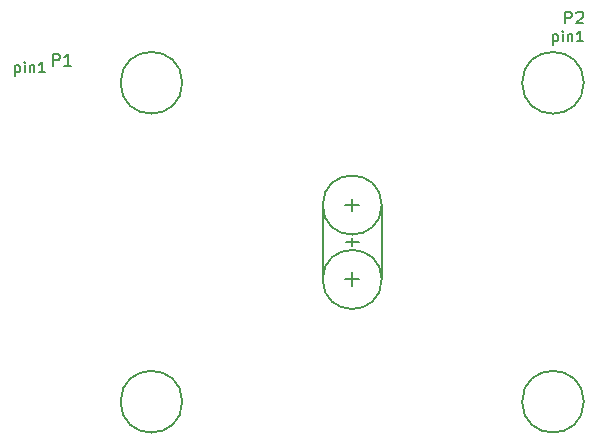
<source format=gto>
G04 #@! TF.FileFunction,Legend,Top*
%FSLAX46Y46*%
G04 Gerber Fmt 4.6, Leading zero omitted, Abs format (unit mm)*
G04 Created by KiCad (PCBNEW 4.0.2-stable) date 1/24/2017 5:25:06 AM*
%MOMM*%
G01*
G04 APERTURE LIST*
%ADD10C,0.100000*%
%ADD11C,0.152400*%
%ADD12C,0.200000*%
%ADD13C,0.150000*%
G04 APERTURE END LIST*
D10*
D11*
X-28532666Y14973300D02*
X-28532666Y14084300D01*
X-28532666Y14930967D02*
X-28448000Y14973300D01*
X-28278666Y14973300D01*
X-28194000Y14930967D01*
X-28151666Y14888633D01*
X-28109333Y14803967D01*
X-28109333Y14549967D01*
X-28151666Y14465300D01*
X-28194000Y14422967D01*
X-28278666Y14380633D01*
X-28448000Y14380633D01*
X-28532666Y14422967D01*
X-27728333Y14380633D02*
X-27728333Y14973300D01*
X-27728333Y15269633D02*
X-27770667Y15227300D01*
X-27728333Y15184967D01*
X-27686000Y15227300D01*
X-27728333Y15269633D01*
X-27728333Y15184967D01*
X-27305000Y14973300D02*
X-27305000Y14380633D01*
X-27305000Y14888633D02*
X-27262667Y14930967D01*
X-27178000Y14973300D01*
X-27051000Y14973300D01*
X-26966334Y14930967D01*
X-26924000Y14846300D01*
X-26924000Y14380633D01*
X-26035001Y14380633D02*
X-26543001Y14380633D01*
X-26289001Y14380633D02*
X-26289001Y15269633D01*
X-26373667Y15142633D01*
X-26458334Y15057967D01*
X-26543001Y15015633D01*
X17009534Y17614900D02*
X17009534Y16725900D01*
X17009534Y17572567D02*
X17094200Y17614900D01*
X17263534Y17614900D01*
X17348200Y17572567D01*
X17390534Y17530233D01*
X17432867Y17445567D01*
X17432867Y17191567D01*
X17390534Y17106900D01*
X17348200Y17064567D01*
X17263534Y17022233D01*
X17094200Y17022233D01*
X17009534Y17064567D01*
X17813867Y17022233D02*
X17813867Y17614900D01*
X17813867Y17911233D02*
X17771533Y17868900D01*
X17813867Y17826567D01*
X17856200Y17868900D01*
X17813867Y17911233D01*
X17813867Y17826567D01*
X18237200Y17614900D02*
X18237200Y17022233D01*
X18237200Y17530233D02*
X18279533Y17572567D01*
X18364200Y17614900D01*
X18491200Y17614900D01*
X18575866Y17572567D01*
X18618200Y17487900D01*
X18618200Y17022233D01*
X19507199Y17022233D02*
X18999199Y17022233D01*
X19253199Y17022233D02*
X19253199Y17911233D01*
X19168533Y17784233D01*
X19083866Y17699567D01*
X18999199Y17657233D01*
D12*
X2500000Y-3100000D02*
X2500000Y3100000D01*
X-2500000Y3150000D02*
X-2500000Y-3300000D01*
X-500000Y0D02*
X-450000Y0D01*
X550000Y0D02*
X-500000Y0D01*
X0Y400000D02*
X0Y-350000D01*
X2500000Y-3150000D02*
G75*
G03X2500000Y-3150000I-2500000J0D01*
G01*
X0Y-2550000D02*
X0Y-3700000D01*
X600000Y-3150000D02*
X-600000Y-3150000D01*
X0Y2650000D02*
X0Y3700000D01*
X600000Y3150000D02*
X-600000Y3150000D01*
X2500000Y3150000D02*
G75*
G03X2500000Y3150000I-2500000J0D01*
G01*
D13*
X-14387800Y13500000D02*
G75*
G03X-14387800Y13500000I-2612200J0D01*
G01*
X19612200Y-13500000D02*
G75*
G03X19612200Y-13500000I-2612200J0D01*
G01*
X19612200Y13500000D02*
G75*
G03X19612200Y13500000I-2612200J0D01*
G01*
X-14387800Y-13500000D02*
G75*
G03X-14387800Y-13500000I-2612200J0D01*
G01*
X-25338095Y14947619D02*
X-25338095Y15947619D01*
X-24957142Y15947619D01*
X-24861904Y15900000D01*
X-24814285Y15852381D01*
X-24766666Y15757143D01*
X-24766666Y15614286D01*
X-24814285Y15519048D01*
X-24861904Y15471429D01*
X-24957142Y15423810D01*
X-25338095Y15423810D01*
X-23814285Y14947619D02*
X-24385714Y14947619D01*
X-24100000Y14947619D02*
X-24100000Y15947619D01*
X-24195238Y15804762D01*
X-24290476Y15709524D01*
X-24385714Y15661905D01*
X18029305Y18521419D02*
X18029305Y19521419D01*
X18410258Y19521419D01*
X18505496Y19473800D01*
X18553115Y19426181D01*
X18600734Y19330943D01*
X18600734Y19188086D01*
X18553115Y19092848D01*
X18505496Y19045229D01*
X18410258Y18997610D01*
X18029305Y18997610D01*
X18981686Y19426181D02*
X19029305Y19473800D01*
X19124543Y19521419D01*
X19362639Y19521419D01*
X19457877Y19473800D01*
X19505496Y19426181D01*
X19553115Y19330943D01*
X19553115Y19235705D01*
X19505496Y19092848D01*
X18934067Y18521419D01*
X19553115Y18521419D01*
M02*

</source>
